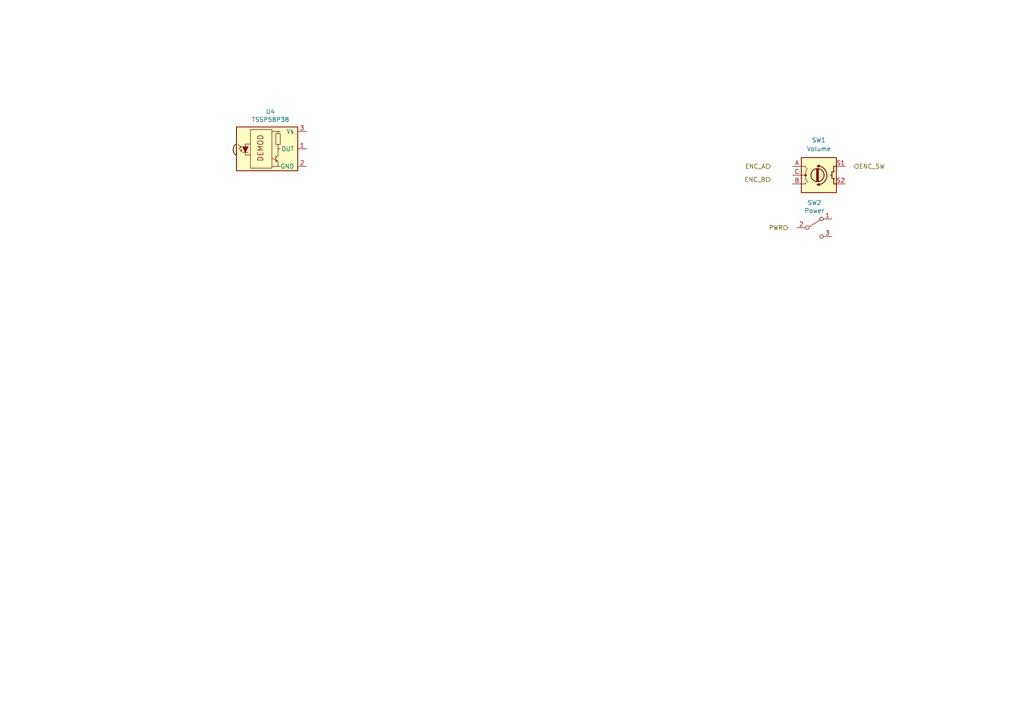
<source format=kicad_sch>
(kicad_sch (version 20201015) (generator eeschema)
  (page 1 7)
  (paper "A4")
  (lib_symbols
    (symbol "Device:RotaryEncoder_Switch" (pin_names (offset 0.254) hide)
      (property "Reference" "SW" (at 0 6.604 0))
      (property "Value" "RotaryEncoder_Switch" (at 0 -6.604 0))
      (symbol "RotaryEncoder_Switch_0_1"
        (arc (start -0.381 -2.794) (end -0.381 2.667) (radius (at -0.381 -0.0508) (length 2.7432) (angles -89.9 89.9)) (stroke (width 0.254)))
        (circle (center -3.81 0) (radius 0.254) (fill (type outline)))
        (circle (center -0.381 0) (radius 1.905) (stroke (width 0.254)))
        (circle (center 4.318 -1.016) (radius 0.127) (stroke (width 0.254)))
        (circle (center 4.318 1.016) (radius 0.127) (stroke (width 0.254)))
        (rectangle (start -5.08 5.08) (end 5.08 -5.08) (stroke (width 0.254)) (fill (type background)))
        (polyline (pts (xy -0.635 -1.778) (xy -0.635 1.778)) (stroke (width 0.254)))
        (polyline (pts (xy -0.381 -1.778) (xy -0.381 1.778)) (stroke (width 0.254)))
        (polyline (pts (xy -0.127 1.778) (xy -0.127 -1.778)) (stroke (width 0.254)))
        (polyline (pts (xy 3.81 0) (xy 3.429 0)) (stroke (width 0.254)))
        (polyline (pts (xy 3.81 1.016) (xy 3.81 -1.016)) (stroke (width 0.254)))
        (polyline (pts (xy -5.08 -2.54) (xy -3.81 -2.54) (xy -3.81 -2.032)))
        (polyline (pts (xy -5.08 2.54) (xy -3.81 2.54) (xy -3.81 2.032)))
        (polyline (pts (xy 0.254 -3.048) (xy -0.508 -2.794) (xy 0.127 -2.413)) (stroke (width 0.254)))
        (polyline (pts (xy 0.254 2.921) (xy -0.508 2.667) (xy 0.127 2.286)) (stroke (width 0.254)))
        (polyline (pts (xy 5.08 -2.54) (xy 4.318 -2.54) (xy 4.318 -1.016)) (stroke (width 0.254)))
        (polyline (pts (xy 5.08 2.54) (xy 4.318 2.54) (xy 4.318 1.016)) (stroke (width 0.254)))
        (polyline (pts (xy -5.08 0) (xy -3.81 0) (xy -3.81 -1.016) (xy -3.302 -2.032)))
        (polyline (pts (xy -4.318 0) (xy -3.81 0) (xy -3.81 1.016) (xy -3.302 2.032)))
      )
      (symbol "RotaryEncoder_Switch_1_1"
        (pin passive line (at -7.62 2.54 0) (length 2.54) (name "A") (number "A"))
        (pin passive line (at -7.62 -2.54 0) (length 2.54) (name "B") (number "B"))
        (pin passive line (at -7.62 0 0) (length 2.54) (name "C") (number "C"))
        (pin passive line (at 7.62 2.54 180) (length 2.54) (name "S1") (number "S1"))
        (pin passive line (at 7.62 -2.54 180) (length 2.54) (name "S2") (number "S2"))
      )
    )
    (symbol "Sensor_Proximity:TSSP58P38" (pin_names (offset 1.016))
      (property "Reference" "U" (at -10.16 7.62 0))
      (property "Value" "TSSP58P38" (at -10.16 -7.62 0))
      (symbol "TSSP58P38_0_0"
        (arc (start -10.287 1.397) (end -10.287 -1.778) (radius (at -9.144 -0.1778) (length 1.9558) (angles 126 -125.5)) (stroke (width 0.254)) (fill (type background)))
        (text "DEMOD" (at -3.175 0.254 900) (effects (font (size 1.524 1.524))))
        (polyline (pts (xy 1.905 -5.08) (xy 0.127 -5.08)))
        (polyline (pts (xy 1.905 5.08) (xy 0.127 5.08)))
      )
      (symbol "TSSP58P38_0_1"
        (rectangle (start -6.096 5.588) (end 0.127 -5.588))
        (rectangle (start 2.54 1.27) (end 1.27 4.445))
        (rectangle (start 7.62 6.35) (end -10.16 -6.35) (stroke (width 0.254)) (fill (type background)))
        (polyline (pts (xy -8.763 0.381) (xy -9.652 1.27)))
        (polyline (pts (xy -8.763 0.381) (xy -9.271 0.381)))
        (polyline (pts (xy -8.763 0.381) (xy -8.763 0.889)))
        (polyline (pts (xy -8.636 -0.635) (xy -9.525 0.254)))
        (polyline (pts (xy -8.636 -0.635) (xy -9.144 -0.635)))
        (polyline (pts (xy -8.636 -0.635) (xy -8.636 -0.127)))
        (polyline (pts (xy -8.382 -1.016) (xy -6.731 -1.016)))
        (polyline (pts (xy 1.27 -2.921) (xy 0.127 -2.921)))
        (polyline (pts (xy 1.27 -1.905) (xy 1.27 -3.81)))
        (polyline (pts (xy 1.397 -3.556) (xy 1.524 -3.556)))
        (polyline (pts (xy 1.651 -3.556) (xy 1.524 -3.556)))
        (polyline (pts (xy 1.651 -3.556) (xy 1.651 -3.302)))
        (polyline (pts (xy 1.905 0) (xy 1.905 1.27)))
        (polyline (pts (xy 1.905 4.445) (xy 1.905 5.08) (xy 2.54 5.08)))
        (polyline (pts (xy -8.382 0.635) (xy -6.731 0.635) (xy -7.62 -1.016) (xy -8.382 0.635)) (fill (type outline)))
        (polyline (pts (xy -6.096 1.397) (xy -7.62 1.397) (xy -7.62 -1.778) (xy -6.096 -1.778)))
        (polyline (pts (xy 1.27 -3.175) (xy 1.905 -3.81) (xy 1.905 -5.08) (xy 2.54 -5.08)))
        (polyline (pts (xy 1.27 -2.54) (xy 1.905 -1.905) (xy 1.905 0) (xy 2.54 0)))
      )
      (symbol "TSSP58P38_1_1"
        (pin output line (at 10.16 0 180) (length 2.54) (name "OUT") (number "1"))
        (pin power_in line (at 10.16 -5.08 180) (length 2.54) (name "GND") (number "2"))
        (pin power_in line (at 10.16 5.08 180) (length 2.54) (name "Vs") (number "3"))
      )
    )
    (symbol "Switch:SW_SPDT" (pin_names (offset 0) hide)
      (property "Reference" "SW" (at 0 4.318 0))
      (property "Value" "SW_SPDT" (at 0 -5.08 0))
      (symbol "SW_SPDT_0_0"
        (circle (center -2.032 0) (radius 0.508))
        (circle (center 2.032 -2.54) (radius 0.508))
      )
      (symbol "SW_SPDT_0_1"
        (circle (center 2.032 2.54) (radius 0.508))
        (polyline (pts (xy -1.524 0.254) (xy 1.651 2.286)))
      )
      (symbol "SW_SPDT_1_1"
        (pin passive line (at 5.08 2.54 180) (length 2.54) (name "A") (number "1"))
        (pin passive line (at -5.08 0 0) (length 2.54) (name "B") (number "2"))
        (pin passive line (at 5.08 -2.54 180) (length 2.54) (name "C") (number "3"))
      )
    )
  )
  (hierarchical_label "ENC_A" (shape input) (at 223.52 48.26 180))
  (hierarchical_label "ENC_B" (shape input) (at 223.52 52.07 180))
  (hierarchical_label "PWR" (shape input) (at 228.6 66.04 180))
  (hierarchical_label "ENC_SW" (shape input) (at 247.65 48.26 0))
  (symbol (lib_id "Switch:SW_SPDT") (at 236.22 66.04 0) (unit 1)
    (property "Reference" "SW2" (at 236.22 58.801 0))
    (property "Value" "Power" (at 236.22 61.1124 0))
    (property "Footprint" "HackAmp-Footprints:SW_Lever_1P2T_E-Switch_SP1T2B4M7QE" (effects hide))
    (property "Part Name" "Miyama MS-500-A-V-T" (effects hide))
  )
  (symbol (lib_id "Device:RotaryEncoder_Switch") (at 237.49 50.8 0) (unit 1)
    (property "Reference" "SW1" (at 237.49 40.64 0))
    (property "Value" "Volume" (at 237.49 43.18 0))
  )
  (symbol (lib_id "Sensor_Proximity:TSSP58P38") (at 78.74 43.18 0) (unit 1)
    (property "Reference" "U4" (at 78.4352 32.385 0))
    (property "Value" "TSSP58P38" (at 78.4352 34.6964 0))
    (property "Footprint" "OptoDevice:Vishay_MINICAST-3Pin" (effects hide))
    (property "Datasheet" "http://www.vishay.com/docs/82462/tsop581.pdf" (effects hide))
  )
)
</source>
